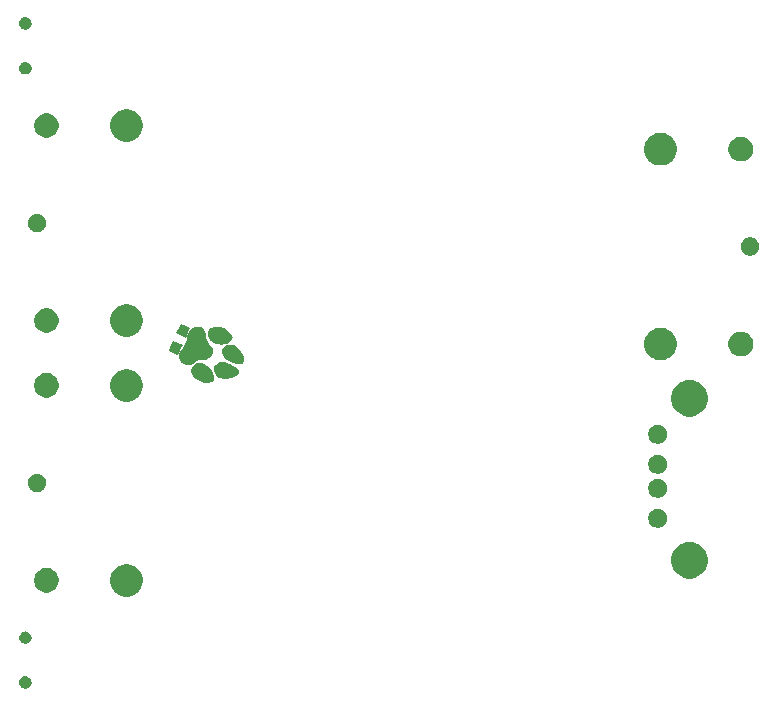
<source format=gbr>
G04 #@! TF.GenerationSoftware,KiCad,Pcbnew,(5.1.2)-2*
G04 #@! TF.CreationDate,2020-12-08T23:46:54+13:00*
G04 #@! TF.ProjectId,DPSwitch,44505377-6974-4636-982e-6b696361645f,rev?*
G04 #@! TF.SameCoordinates,Original*
G04 #@! TF.FileFunction,Soldermask,Bot*
G04 #@! TF.FilePolarity,Negative*
%FSLAX46Y46*%
G04 Gerber Fmt 4.6, Leading zero omitted, Abs format (unit mm)*
G04 Created by KiCad (PCBNEW (5.1.2)-2) date 2020-12-08 23:46:54*
%MOMM*%
%LPD*%
G04 APERTURE LIST*
%ADD10C,0.100000*%
G04 APERTURE END LIST*
D10*
G36*
X79912000Y-73587000D02*
G01*
X80072000Y-73454000D01*
X80248000Y-73376000D01*
X80442000Y-73353000D01*
X80655000Y-73383000D01*
X80890000Y-73468000D01*
X81092000Y-73576000D01*
X81264000Y-73703000D01*
X81406000Y-73850000D01*
X81522000Y-74021000D01*
X81613000Y-74216000D01*
X81676000Y-74444000D01*
X81685000Y-74648000D01*
X81642000Y-74816000D01*
X81548000Y-74938000D01*
X81402000Y-74997000D01*
X81182000Y-75024000D01*
X80926000Y-75020000D01*
X80675000Y-74986000D01*
X80466000Y-74921000D01*
X80315000Y-74835000D01*
X80160000Y-74716000D01*
X80013000Y-74575000D01*
X79887000Y-74426000D01*
X79794000Y-74281000D01*
X79744000Y-74118000D01*
X79735000Y-73938000D01*
X79771000Y-73784000D01*
X79830000Y-73687000D01*
X79912000Y-73587000D01*
X79912000Y-73587000D01*
G37*
G36*
X81808000Y-73494000D02*
G01*
X81976000Y-73353000D01*
X82195000Y-73283000D01*
X82379000Y-73275000D01*
X82588000Y-73302000D01*
X82812000Y-73363000D01*
X83043000Y-73456000D01*
X83274000Y-73578000D01*
X83510000Y-73738000D01*
X83671000Y-73893000D01*
X83757000Y-74044000D01*
X83770000Y-74192000D01*
X83707000Y-74360000D01*
X83576000Y-74487000D01*
X83369000Y-74579000D01*
X83078000Y-74640000D01*
X82768000Y-74675000D01*
X82512000Y-74681000D01*
X82302000Y-74657000D01*
X82128000Y-74600000D01*
X81983000Y-74509000D01*
X81855000Y-74382000D01*
X81737000Y-74202000D01*
X81674000Y-74016000D01*
X81664000Y-73831000D01*
X81709000Y-73655000D01*
X81808000Y-73494000D01*
X81808000Y-73494000D01*
G37*
G36*
X82485000Y-72011000D02*
G01*
X82635000Y-71898000D01*
X82811000Y-71826000D01*
X83003000Y-71797000D01*
X83202000Y-71813000D01*
X83395000Y-71874000D01*
X83531000Y-71947000D01*
X83648000Y-72043000D01*
X83775000Y-72191000D01*
X83939000Y-72417000D01*
X84108000Y-72678000D01*
X84208000Y-72880000D01*
X84246000Y-73047000D01*
X84232000Y-73201000D01*
X84162000Y-73350000D01*
X84038000Y-73444000D01*
X83861000Y-73482000D01*
X83632000Y-73465000D01*
X83351000Y-73392000D01*
X83137000Y-73310000D01*
X82939000Y-73212000D01*
X82761000Y-73101000D01*
X82609000Y-72980000D01*
X82485000Y-72852000D01*
X82396000Y-72721000D01*
X82339000Y-72543000D01*
X82337000Y-72347000D01*
X82387000Y-72160000D01*
X82485000Y-72011000D01*
X82485000Y-72011000D01*
G37*
G36*
X81368000Y-70428000D02*
G01*
X81485000Y-70354000D01*
X81604000Y-70305000D01*
X81798000Y-70277000D01*
X82011000Y-70277000D01*
X82227000Y-70306000D01*
X82428000Y-70359000D01*
X82600000Y-70436000D01*
X82771000Y-70557000D01*
X82940000Y-70714000D01*
X83089000Y-70884000D01*
X83198000Y-71047000D01*
X83248000Y-71179000D01*
X83227000Y-71333000D01*
X83131000Y-71481000D01*
X82969000Y-71614000D01*
X82749000Y-71721000D01*
X82530000Y-71785000D01*
X82316000Y-71808000D01*
X82101000Y-71790000D01*
X81880000Y-71731000D01*
X81646000Y-71630000D01*
X81433000Y-71511000D01*
X81316000Y-71395000D01*
X81216000Y-71228000D01*
X81164000Y-71044000D01*
X81159000Y-70851000D01*
X81203000Y-70656000D01*
X81264000Y-70529000D01*
X81368000Y-70428000D01*
X81368000Y-70428000D01*
G37*
G36*
X79670000Y-70596000D02*
G01*
X79846000Y-70423000D01*
X80025000Y-70320000D01*
X80222000Y-70278000D01*
X80379000Y-70283000D01*
X80541000Y-70340000D01*
X80704000Y-70437000D01*
X80833000Y-70568000D01*
X80929000Y-70736000D01*
X80994000Y-70944000D01*
X81029000Y-71194000D01*
X81064000Y-71419000D01*
X81140000Y-71589000D01*
X81277000Y-71746000D01*
X81461000Y-71944000D01*
X81549000Y-72117000D01*
X81573000Y-72328000D01*
X81557000Y-72486000D01*
X81493000Y-72658000D01*
X81401000Y-72825000D01*
X81271000Y-72951000D01*
X81117000Y-73052000D01*
X80955000Y-73096000D01*
X80752000Y-73094000D01*
X80537000Y-73082000D01*
X80377000Y-73102000D01*
X80230000Y-73167000D01*
X80056000Y-73287000D01*
X79862000Y-73412000D01*
X79672000Y-73491000D01*
X79485000Y-73525000D01*
X79302000Y-73514000D01*
X79123000Y-73457000D01*
X78974000Y-73374000D01*
X78867000Y-73258000D01*
X78780000Y-73101000D01*
X78732000Y-72922000D01*
X78727000Y-72734000D01*
X78752000Y-72583000D01*
X78803000Y-72434000D01*
X78888000Y-72269000D01*
X79015000Y-72071000D01*
X79136000Y-71887000D01*
X79227000Y-71727000D01*
X79298000Y-71570000D01*
X79360000Y-71395000D01*
X79422000Y-71181000D01*
X79504000Y-70901000D01*
X79578000Y-70726000D01*
X79670000Y-70596000D01*
X79670000Y-70596000D01*
G37*
G36*
X65853004Y-99894345D02*
G01*
X65948690Y-99933980D01*
X66034805Y-99991520D01*
X66108040Y-100064755D01*
X66165580Y-100150870D01*
X66205215Y-100246556D01*
X66225420Y-100348135D01*
X66225420Y-100451705D01*
X66205215Y-100553284D01*
X66165580Y-100648970D01*
X66108040Y-100735085D01*
X66034805Y-100808320D01*
X65948690Y-100865860D01*
X65853004Y-100905495D01*
X65751425Y-100925700D01*
X65647855Y-100925700D01*
X65546276Y-100905495D01*
X65450590Y-100865860D01*
X65364475Y-100808320D01*
X65291240Y-100735085D01*
X65233700Y-100648970D01*
X65194065Y-100553284D01*
X65173860Y-100451705D01*
X65173860Y-100348135D01*
X65194065Y-100246556D01*
X65233700Y-100150870D01*
X65291240Y-100064755D01*
X65364475Y-99991520D01*
X65450590Y-99933980D01*
X65546276Y-99894345D01*
X65647855Y-99874140D01*
X65751425Y-99874140D01*
X65853004Y-99894345D01*
X65853004Y-99894345D01*
G37*
G36*
X65853004Y-96094505D02*
G01*
X65948690Y-96134140D01*
X66034805Y-96191680D01*
X66108040Y-96264915D01*
X66165580Y-96351030D01*
X66205215Y-96446716D01*
X66225420Y-96548295D01*
X66225420Y-96651865D01*
X66205215Y-96753444D01*
X66165580Y-96849130D01*
X66108040Y-96935245D01*
X66034805Y-97008480D01*
X65948690Y-97066020D01*
X65853004Y-97105655D01*
X65751425Y-97125860D01*
X65647855Y-97125860D01*
X65546276Y-97105655D01*
X65450590Y-97066020D01*
X65364475Y-97008480D01*
X65291240Y-96935245D01*
X65233700Y-96849130D01*
X65194065Y-96753444D01*
X65173860Y-96651865D01*
X65173860Y-96548295D01*
X65194065Y-96446716D01*
X65233700Y-96351030D01*
X65291240Y-96264915D01*
X65364475Y-96191680D01*
X65450590Y-96134140D01*
X65546276Y-96094505D01*
X65647855Y-96074300D01*
X65751425Y-96074300D01*
X65853004Y-96094505D01*
X65853004Y-96094505D01*
G37*
G36*
X74662823Y-90422071D02*
G01*
X74914149Y-90526174D01*
X75140336Y-90677307D01*
X75332693Y-90869664D01*
X75483826Y-91095851D01*
X75587929Y-91347177D01*
X75641000Y-91613983D01*
X75641000Y-91886017D01*
X75587929Y-92152823D01*
X75483826Y-92404149D01*
X75332693Y-92630336D01*
X75140336Y-92822693D01*
X74914149Y-92973826D01*
X74662823Y-93077929D01*
X74396017Y-93131000D01*
X74123983Y-93131000D01*
X73857177Y-93077929D01*
X73605851Y-92973826D01*
X73379664Y-92822693D01*
X73187307Y-92630336D01*
X73036174Y-92404149D01*
X72932071Y-92152823D01*
X72879000Y-91886017D01*
X72879000Y-91613983D01*
X72932071Y-91347177D01*
X73036174Y-91095851D01*
X73187307Y-90869664D01*
X73379664Y-90677307D01*
X73605851Y-90526174D01*
X73857177Y-90422071D01*
X74123983Y-90369000D01*
X74396017Y-90369000D01*
X74662823Y-90422071D01*
X74662823Y-90422071D01*
G37*
G36*
X67783940Y-90748043D02*
G01*
X67973572Y-90826591D01*
X68144236Y-90940626D01*
X68289374Y-91085764D01*
X68403409Y-91256428D01*
X68481957Y-91446060D01*
X68522000Y-91647372D01*
X68522000Y-91852628D01*
X68481957Y-92053940D01*
X68403409Y-92243572D01*
X68289374Y-92414236D01*
X68144236Y-92559374D01*
X67973572Y-92673409D01*
X67783940Y-92751957D01*
X67582628Y-92792000D01*
X67377372Y-92792000D01*
X67176060Y-92751957D01*
X66986428Y-92673409D01*
X66815764Y-92559374D01*
X66670626Y-92414236D01*
X66556591Y-92243572D01*
X66478043Y-92053940D01*
X66438000Y-91852628D01*
X66438000Y-91647372D01*
X66478043Y-91446060D01*
X66556591Y-91256428D01*
X66670626Y-91085764D01*
X66815764Y-90940626D01*
X66986428Y-90826591D01*
X67176060Y-90748043D01*
X67377372Y-90708000D01*
X67582628Y-90708000D01*
X67783940Y-90748043D01*
X67783940Y-90748043D01*
G37*
G36*
X122272527Y-88548736D02*
G01*
X122372411Y-88568604D01*
X122654674Y-88685521D01*
X122908706Y-88855260D01*
X123124740Y-89071294D01*
X123294479Y-89325326D01*
X123411396Y-89607589D01*
X123471000Y-89907242D01*
X123471000Y-90212758D01*
X123411396Y-90512411D01*
X123330380Y-90708000D01*
X123294479Y-90794674D01*
X123124741Y-91048705D01*
X122908705Y-91264741D01*
X122654674Y-91434479D01*
X122372411Y-91551396D01*
X122272527Y-91571264D01*
X122072760Y-91611000D01*
X121767240Y-91611000D01*
X121567473Y-91571264D01*
X121467589Y-91551396D01*
X121185326Y-91434479D01*
X120931295Y-91264741D01*
X120715259Y-91048705D01*
X120545521Y-90794674D01*
X120509620Y-90708000D01*
X120428604Y-90512411D01*
X120369000Y-90212758D01*
X120369000Y-89907242D01*
X120428604Y-89607589D01*
X120545521Y-89325326D01*
X120715260Y-89071294D01*
X120931294Y-88855260D01*
X121185326Y-88685521D01*
X121467589Y-88568604D01*
X121567473Y-88548736D01*
X121767240Y-88509000D01*
X122072760Y-88509000D01*
X122272527Y-88548736D01*
X122272527Y-88548736D01*
G37*
G36*
X119432059Y-85719521D02*
G01*
X119483644Y-85729782D01*
X119556530Y-85759973D01*
X119629416Y-85790163D01*
X119760608Y-85877822D01*
X119872178Y-85989392D01*
X119959837Y-86120584D01*
X120020218Y-86266357D01*
X120051000Y-86421108D01*
X120051000Y-86578892D01*
X120020218Y-86733643D01*
X119959837Y-86879416D01*
X119872178Y-87010608D01*
X119760608Y-87122178D01*
X119629416Y-87209837D01*
X119556529Y-87240028D01*
X119483644Y-87270218D01*
X119432059Y-87280479D01*
X119328892Y-87301000D01*
X119171108Y-87301000D01*
X119067941Y-87280479D01*
X119016356Y-87270218D01*
X118943471Y-87240028D01*
X118870584Y-87209837D01*
X118739392Y-87122178D01*
X118627822Y-87010608D01*
X118540163Y-86879416D01*
X118479782Y-86733643D01*
X118449000Y-86578892D01*
X118449000Y-86421108D01*
X118479782Y-86266357D01*
X118540163Y-86120584D01*
X118627822Y-85989392D01*
X118739392Y-85877822D01*
X118870584Y-85790163D01*
X118943470Y-85759973D01*
X119016356Y-85729782D01*
X119067941Y-85719521D01*
X119171108Y-85699000D01*
X119328892Y-85699000D01*
X119432059Y-85719521D01*
X119432059Y-85719521D01*
G37*
G36*
X119432059Y-83179521D02*
G01*
X119483644Y-83189782D01*
X119556529Y-83219972D01*
X119629416Y-83250163D01*
X119760608Y-83337822D01*
X119872178Y-83449392D01*
X119959837Y-83580584D01*
X120020218Y-83726357D01*
X120051000Y-83881108D01*
X120051000Y-84038892D01*
X120020218Y-84193643D01*
X119959837Y-84339416D01*
X119872178Y-84470608D01*
X119760608Y-84582178D01*
X119629416Y-84669837D01*
X119556529Y-84700028D01*
X119483644Y-84730218D01*
X119432059Y-84740479D01*
X119328892Y-84761000D01*
X119171108Y-84761000D01*
X119067941Y-84740479D01*
X119016356Y-84730218D01*
X118943471Y-84700028D01*
X118870584Y-84669837D01*
X118739392Y-84582178D01*
X118627822Y-84470608D01*
X118540163Y-84339416D01*
X118479782Y-84193643D01*
X118449000Y-84038892D01*
X118449000Y-83881108D01*
X118479782Y-83726357D01*
X118540163Y-83580584D01*
X118627822Y-83449392D01*
X118739392Y-83337822D01*
X118870584Y-83250163D01*
X118943470Y-83219973D01*
X119016356Y-83189782D01*
X119067941Y-83179521D01*
X119171108Y-83159000D01*
X119328892Y-83159000D01*
X119432059Y-83179521D01*
X119432059Y-83179521D01*
G37*
G36*
X66926351Y-82753821D02*
G01*
X67067574Y-82812317D01*
X67194671Y-82897241D01*
X67302759Y-83005329D01*
X67387683Y-83132426D01*
X67446179Y-83273649D01*
X67476000Y-83423571D01*
X67476000Y-83576429D01*
X67446179Y-83726351D01*
X67387683Y-83867574D01*
X67302759Y-83994671D01*
X67194671Y-84102759D01*
X67067574Y-84187683D01*
X66926351Y-84246179D01*
X66776429Y-84276000D01*
X66623571Y-84276000D01*
X66473649Y-84246179D01*
X66332426Y-84187683D01*
X66205329Y-84102759D01*
X66097241Y-83994671D01*
X66012317Y-83867574D01*
X65953821Y-83726351D01*
X65924000Y-83576429D01*
X65924000Y-83423571D01*
X65953821Y-83273649D01*
X66012317Y-83132426D01*
X66097241Y-83005329D01*
X66205329Y-82897241D01*
X66332426Y-82812317D01*
X66473649Y-82753821D01*
X66623571Y-82724000D01*
X66776429Y-82724000D01*
X66926351Y-82753821D01*
X66926351Y-82753821D01*
G37*
G36*
X119432059Y-81149521D02*
G01*
X119483644Y-81159782D01*
X119556530Y-81189973D01*
X119629416Y-81220163D01*
X119760608Y-81307822D01*
X119872178Y-81419392D01*
X119959837Y-81550584D01*
X120020218Y-81696357D01*
X120051000Y-81851108D01*
X120051000Y-82008892D01*
X120020218Y-82163643D01*
X119959837Y-82309416D01*
X119872178Y-82440608D01*
X119760608Y-82552178D01*
X119629416Y-82639837D01*
X119556529Y-82670028D01*
X119483644Y-82700218D01*
X119432059Y-82710479D01*
X119328892Y-82731000D01*
X119171108Y-82731000D01*
X119067941Y-82710479D01*
X119016356Y-82700218D01*
X118943471Y-82670028D01*
X118870584Y-82639837D01*
X118739392Y-82552178D01*
X118627822Y-82440608D01*
X118540163Y-82309416D01*
X118479782Y-82163643D01*
X118449000Y-82008892D01*
X118449000Y-81851108D01*
X118479782Y-81696357D01*
X118540163Y-81550584D01*
X118627822Y-81419392D01*
X118739392Y-81307822D01*
X118870584Y-81220163D01*
X118943470Y-81189973D01*
X119016356Y-81159782D01*
X119067941Y-81149521D01*
X119171108Y-81129000D01*
X119328892Y-81129000D01*
X119432059Y-81149521D01*
X119432059Y-81149521D01*
G37*
G36*
X119432059Y-78609521D02*
G01*
X119483644Y-78619782D01*
X119556530Y-78649973D01*
X119629416Y-78680163D01*
X119760608Y-78767822D01*
X119872178Y-78879392D01*
X119959837Y-79010584D01*
X120020218Y-79156357D01*
X120051000Y-79311108D01*
X120051000Y-79468892D01*
X120020218Y-79623643D01*
X119959837Y-79769416D01*
X119872178Y-79900608D01*
X119760608Y-80012178D01*
X119629416Y-80099837D01*
X119556530Y-80130027D01*
X119483644Y-80160218D01*
X119432059Y-80170479D01*
X119328892Y-80191000D01*
X119171108Y-80191000D01*
X119067941Y-80170479D01*
X119016356Y-80160218D01*
X118943471Y-80130028D01*
X118870584Y-80099837D01*
X118739392Y-80012178D01*
X118627822Y-79900608D01*
X118540163Y-79769416D01*
X118479782Y-79623643D01*
X118449000Y-79468892D01*
X118449000Y-79311108D01*
X118479782Y-79156357D01*
X118540163Y-79010584D01*
X118627822Y-78879392D01*
X118739392Y-78767822D01*
X118870584Y-78680163D01*
X118943470Y-78649973D01*
X119016356Y-78619782D01*
X119067941Y-78609521D01*
X119171108Y-78589000D01*
X119328892Y-78589000D01*
X119432059Y-78609521D01*
X119432059Y-78609521D01*
G37*
G36*
X122272527Y-74828736D02*
G01*
X122372411Y-74848604D01*
X122607691Y-74946060D01*
X122654674Y-74965521D01*
X122908705Y-75135259D01*
X123124741Y-75351295D01*
X123147940Y-75386015D01*
X123294479Y-75605326D01*
X123411396Y-75887589D01*
X123431264Y-75987473D01*
X123468249Y-76173409D01*
X123471000Y-76187242D01*
X123471000Y-76492758D01*
X123411396Y-76792411D01*
X123294479Y-77074674D01*
X123124740Y-77328706D01*
X122908706Y-77544740D01*
X122654674Y-77714479D01*
X122372411Y-77831396D01*
X122272527Y-77851264D01*
X122072760Y-77891000D01*
X121767240Y-77891000D01*
X121567473Y-77851264D01*
X121467589Y-77831396D01*
X121185326Y-77714479D01*
X120931294Y-77544740D01*
X120715260Y-77328706D01*
X120545521Y-77074674D01*
X120428604Y-76792411D01*
X120369000Y-76492758D01*
X120369000Y-76187242D01*
X120371752Y-76173409D01*
X120408736Y-75987473D01*
X120428604Y-75887589D01*
X120545521Y-75605326D01*
X120692060Y-75386015D01*
X120715259Y-75351295D01*
X120931295Y-75135259D01*
X121185326Y-74965521D01*
X121232309Y-74946060D01*
X121467589Y-74848604D01*
X121567473Y-74828736D01*
X121767240Y-74789000D01*
X122072760Y-74789000D01*
X122272527Y-74828736D01*
X122272527Y-74828736D01*
G37*
G36*
X74662823Y-73922071D02*
G01*
X74914149Y-74026174D01*
X75140336Y-74177307D01*
X75332693Y-74369664D01*
X75483826Y-74595851D01*
X75587929Y-74847177D01*
X75641000Y-75113983D01*
X75641000Y-75386017D01*
X75587929Y-75652823D01*
X75483826Y-75904149D01*
X75332693Y-76130336D01*
X75140336Y-76322693D01*
X74914149Y-76473826D01*
X74662823Y-76577929D01*
X74396017Y-76631000D01*
X74123983Y-76631000D01*
X73857177Y-76577929D01*
X73605851Y-76473826D01*
X73379664Y-76322693D01*
X73187307Y-76130336D01*
X73036174Y-75904149D01*
X72932071Y-75652823D01*
X72879000Y-75386017D01*
X72879000Y-75113983D01*
X72932071Y-74847177D01*
X73036174Y-74595851D01*
X73187307Y-74369664D01*
X73379664Y-74177307D01*
X73605851Y-74026174D01*
X73857177Y-73922071D01*
X74123983Y-73869000D01*
X74396017Y-73869000D01*
X74662823Y-73922071D01*
X74662823Y-73922071D01*
G37*
G36*
X67783940Y-74248043D02*
G01*
X67973572Y-74326591D01*
X68144236Y-74440626D01*
X68289374Y-74585764D01*
X68403409Y-74756428D01*
X68481957Y-74946060D01*
X68522000Y-75147372D01*
X68522000Y-75352628D01*
X68481957Y-75553940D01*
X68403409Y-75743572D01*
X68289374Y-75914236D01*
X68144236Y-76059374D01*
X67973572Y-76173409D01*
X67783940Y-76251957D01*
X67582628Y-76292000D01*
X67377372Y-76292000D01*
X67176060Y-76251957D01*
X66986428Y-76173409D01*
X66815764Y-76059374D01*
X66670626Y-75914236D01*
X66556591Y-75743572D01*
X66478043Y-75553940D01*
X66438000Y-75352628D01*
X66438000Y-75147372D01*
X66478043Y-74946060D01*
X66556591Y-74756428D01*
X66670626Y-74585764D01*
X66815764Y-74440626D01*
X66986428Y-74326591D01*
X67176060Y-74248043D01*
X67377372Y-74208000D01*
X67582628Y-74208000D01*
X67783940Y-74248043D01*
X67783940Y-74248043D01*
G37*
G36*
X119892823Y-70422071D02*
G01*
X120144149Y-70526174D01*
X120370336Y-70677307D01*
X120562693Y-70869664D01*
X120713826Y-71095851D01*
X120817929Y-71347177D01*
X120871000Y-71613983D01*
X120871000Y-71886017D01*
X120817929Y-72152823D01*
X120713826Y-72404149D01*
X120562693Y-72630336D01*
X120370336Y-72822693D01*
X120144149Y-72973826D01*
X119892823Y-73077929D01*
X119626017Y-73131000D01*
X119353983Y-73131000D01*
X119087177Y-73077929D01*
X118835851Y-72973826D01*
X118609664Y-72822693D01*
X118417307Y-72630336D01*
X118266174Y-72404149D01*
X118162071Y-72152823D01*
X118109000Y-71886017D01*
X118109000Y-71613983D01*
X118162071Y-71347177D01*
X118266174Y-71095851D01*
X118417307Y-70869664D01*
X118609664Y-70677307D01*
X118835851Y-70526174D01*
X119087177Y-70422071D01*
X119353983Y-70369000D01*
X119626017Y-70369000D01*
X119892823Y-70422071D01*
X119892823Y-70422071D01*
G37*
G36*
X126573940Y-70748043D02*
G01*
X126763572Y-70826591D01*
X126934236Y-70940626D01*
X127079374Y-71085764D01*
X127193409Y-71256428D01*
X127271957Y-71446060D01*
X127312000Y-71647372D01*
X127312000Y-71852628D01*
X127271957Y-72053940D01*
X127193409Y-72243572D01*
X127079374Y-72414236D01*
X126934236Y-72559374D01*
X126763572Y-72673409D01*
X126573940Y-72751957D01*
X126372628Y-72792000D01*
X126167372Y-72792000D01*
X125966060Y-72751957D01*
X125776428Y-72673409D01*
X125605764Y-72559374D01*
X125460626Y-72414236D01*
X125346591Y-72243572D01*
X125268043Y-72053940D01*
X125228000Y-71852628D01*
X125228000Y-71647372D01*
X125268043Y-71446060D01*
X125346591Y-71256428D01*
X125460626Y-71085764D01*
X125605764Y-70940626D01*
X125776428Y-70826591D01*
X125966060Y-70748043D01*
X126167372Y-70708000D01*
X126372628Y-70708000D01*
X126573940Y-70748043D01*
X126573940Y-70748043D01*
G37*
G36*
X78449893Y-71598412D02*
G01*
X79020057Y-71852265D01*
X79020057Y-71852266D01*
X79005031Y-71886015D01*
X78653181Y-72676283D01*
X78653180Y-72676283D01*
X78390597Y-72559373D01*
X77829163Y-72309407D01*
X77858475Y-72243572D01*
X78032695Y-71852266D01*
X78196039Y-71485389D01*
X78196040Y-71485389D01*
X78449893Y-71598412D01*
X78449893Y-71598412D01*
G37*
G36*
X79100673Y-70136740D02*
G01*
X79670837Y-70390593D01*
X79670837Y-70390594D01*
X79595691Y-70559374D01*
X79303961Y-71214611D01*
X79303960Y-71214611D01*
X78996966Y-71077928D01*
X78479943Y-70847735D01*
X78489357Y-70826591D01*
X78677440Y-70404149D01*
X78846819Y-70023717D01*
X78846820Y-70023717D01*
X79100673Y-70136740D01*
X79100673Y-70136740D01*
G37*
G36*
X74662823Y-68422071D02*
G01*
X74914149Y-68526174D01*
X75140336Y-68677307D01*
X75332693Y-68869664D01*
X75483826Y-69095851D01*
X75587929Y-69347177D01*
X75641000Y-69613983D01*
X75641000Y-69886017D01*
X75587929Y-70152823D01*
X75483826Y-70404149D01*
X75332693Y-70630336D01*
X75140336Y-70822693D01*
X74914149Y-70973826D01*
X74662823Y-71077929D01*
X74396017Y-71131000D01*
X74123983Y-71131000D01*
X73857177Y-71077929D01*
X73605851Y-70973826D01*
X73379664Y-70822693D01*
X73187307Y-70630336D01*
X73036174Y-70404149D01*
X72932071Y-70152823D01*
X72879000Y-69886017D01*
X72879000Y-69613983D01*
X72932071Y-69347177D01*
X73036174Y-69095851D01*
X73187307Y-68869664D01*
X73379664Y-68677307D01*
X73605851Y-68526174D01*
X73857177Y-68422071D01*
X74123983Y-68369000D01*
X74396017Y-68369000D01*
X74662823Y-68422071D01*
X74662823Y-68422071D01*
G37*
G36*
X67783940Y-68748043D02*
G01*
X67973572Y-68826591D01*
X68144236Y-68940626D01*
X68289374Y-69085764D01*
X68403409Y-69256428D01*
X68481957Y-69446060D01*
X68522000Y-69647372D01*
X68522000Y-69852628D01*
X68481957Y-70053940D01*
X68403409Y-70243572D01*
X68289374Y-70414236D01*
X68144236Y-70559374D01*
X67973572Y-70673409D01*
X67783940Y-70751957D01*
X67582628Y-70792000D01*
X67377372Y-70792000D01*
X67176060Y-70751957D01*
X66986428Y-70673409D01*
X66815764Y-70559374D01*
X66670626Y-70414236D01*
X66556591Y-70243572D01*
X66478043Y-70053940D01*
X66438000Y-69852628D01*
X66438000Y-69647372D01*
X66478043Y-69446060D01*
X66556591Y-69256428D01*
X66670626Y-69085764D01*
X66815764Y-68940626D01*
X66986428Y-68826591D01*
X67176060Y-68748043D01*
X67377372Y-68708000D01*
X67582628Y-68708000D01*
X67783940Y-68748043D01*
X67783940Y-68748043D01*
G37*
G36*
X127276351Y-62753821D02*
G01*
X127417574Y-62812317D01*
X127544671Y-62897241D01*
X127652759Y-63005329D01*
X127737683Y-63132426D01*
X127796179Y-63273649D01*
X127826000Y-63423571D01*
X127826000Y-63576429D01*
X127796179Y-63726351D01*
X127737683Y-63867574D01*
X127652759Y-63994671D01*
X127544671Y-64102759D01*
X127417574Y-64187683D01*
X127276351Y-64246179D01*
X127126429Y-64276000D01*
X126973571Y-64276000D01*
X126823649Y-64246179D01*
X126682426Y-64187683D01*
X126555329Y-64102759D01*
X126447241Y-63994671D01*
X126362317Y-63867574D01*
X126303821Y-63726351D01*
X126274000Y-63576429D01*
X126274000Y-63423571D01*
X126303821Y-63273649D01*
X126362317Y-63132426D01*
X126447241Y-63005329D01*
X126555329Y-62897241D01*
X126682426Y-62812317D01*
X126823649Y-62753821D01*
X126973571Y-62724000D01*
X127126429Y-62724000D01*
X127276351Y-62753821D01*
X127276351Y-62753821D01*
G37*
G36*
X66926351Y-60753821D02*
G01*
X67067574Y-60812317D01*
X67194671Y-60897241D01*
X67302759Y-61005329D01*
X67387683Y-61132426D01*
X67446179Y-61273649D01*
X67476000Y-61423571D01*
X67476000Y-61576429D01*
X67446179Y-61726351D01*
X67387683Y-61867574D01*
X67302759Y-61994671D01*
X67194671Y-62102759D01*
X67067574Y-62187683D01*
X66926351Y-62246179D01*
X66776429Y-62276000D01*
X66623571Y-62276000D01*
X66473649Y-62246179D01*
X66332426Y-62187683D01*
X66205329Y-62102759D01*
X66097241Y-61994671D01*
X66012317Y-61867574D01*
X65953821Y-61726351D01*
X65924000Y-61576429D01*
X65924000Y-61423571D01*
X65953821Y-61273649D01*
X66012317Y-61132426D01*
X66097241Y-61005329D01*
X66205329Y-60897241D01*
X66332426Y-60812317D01*
X66473649Y-60753821D01*
X66623571Y-60724000D01*
X66776429Y-60724000D01*
X66926351Y-60753821D01*
X66926351Y-60753821D01*
G37*
G36*
X119892823Y-53922071D02*
G01*
X120144149Y-54026174D01*
X120370336Y-54177307D01*
X120562693Y-54369664D01*
X120713826Y-54595851D01*
X120817929Y-54847177D01*
X120871000Y-55113983D01*
X120871000Y-55386017D01*
X120817929Y-55652823D01*
X120713826Y-55904149D01*
X120562693Y-56130336D01*
X120370336Y-56322693D01*
X120144149Y-56473826D01*
X119892823Y-56577929D01*
X119626017Y-56631000D01*
X119353983Y-56631000D01*
X119087177Y-56577929D01*
X118835851Y-56473826D01*
X118609664Y-56322693D01*
X118417307Y-56130336D01*
X118266174Y-55904149D01*
X118162071Y-55652823D01*
X118109000Y-55386017D01*
X118109000Y-55113983D01*
X118162071Y-54847177D01*
X118266174Y-54595851D01*
X118417307Y-54369664D01*
X118609664Y-54177307D01*
X118835851Y-54026174D01*
X119087177Y-53922071D01*
X119353983Y-53869000D01*
X119626017Y-53869000D01*
X119892823Y-53922071D01*
X119892823Y-53922071D01*
G37*
G36*
X126573940Y-54248043D02*
G01*
X126763572Y-54326591D01*
X126934236Y-54440626D01*
X127079374Y-54585764D01*
X127193409Y-54756428D01*
X127271957Y-54946060D01*
X127312000Y-55147372D01*
X127312000Y-55352628D01*
X127271957Y-55553940D01*
X127193409Y-55743572D01*
X127079374Y-55914236D01*
X126934236Y-56059374D01*
X126763572Y-56173409D01*
X126573940Y-56251957D01*
X126372628Y-56292000D01*
X126167372Y-56292000D01*
X125966060Y-56251957D01*
X125776428Y-56173409D01*
X125605764Y-56059374D01*
X125460626Y-55914236D01*
X125346591Y-55743572D01*
X125268043Y-55553940D01*
X125228000Y-55352628D01*
X125228000Y-55147372D01*
X125268043Y-54946060D01*
X125346591Y-54756428D01*
X125460626Y-54585764D01*
X125605764Y-54440626D01*
X125776428Y-54326591D01*
X125966060Y-54248043D01*
X126167372Y-54208000D01*
X126372628Y-54208000D01*
X126573940Y-54248043D01*
X126573940Y-54248043D01*
G37*
G36*
X74662823Y-51922071D02*
G01*
X74914149Y-52026174D01*
X75140336Y-52177307D01*
X75332693Y-52369664D01*
X75483826Y-52595851D01*
X75587929Y-52847177D01*
X75641000Y-53113983D01*
X75641000Y-53386017D01*
X75587929Y-53652823D01*
X75483826Y-53904149D01*
X75332693Y-54130336D01*
X75140336Y-54322693D01*
X74914149Y-54473826D01*
X74662823Y-54577929D01*
X74396017Y-54631000D01*
X74123983Y-54631000D01*
X73857177Y-54577929D01*
X73605851Y-54473826D01*
X73379664Y-54322693D01*
X73187307Y-54130336D01*
X73036174Y-53904149D01*
X72932071Y-53652823D01*
X72879000Y-53386017D01*
X72879000Y-53113983D01*
X72932071Y-52847177D01*
X73036174Y-52595851D01*
X73187307Y-52369664D01*
X73379664Y-52177307D01*
X73605851Y-52026174D01*
X73857177Y-51922071D01*
X74123983Y-51869000D01*
X74396017Y-51869000D01*
X74662823Y-51922071D01*
X74662823Y-51922071D01*
G37*
G36*
X67783940Y-52248043D02*
G01*
X67973572Y-52326591D01*
X68144236Y-52440626D01*
X68289374Y-52585764D01*
X68403409Y-52756428D01*
X68481957Y-52946060D01*
X68522000Y-53147372D01*
X68522000Y-53352628D01*
X68481957Y-53553940D01*
X68403409Y-53743572D01*
X68289374Y-53914236D01*
X68144236Y-54059374D01*
X67973572Y-54173409D01*
X67783940Y-54251957D01*
X67582628Y-54292000D01*
X67377372Y-54292000D01*
X67176060Y-54251957D01*
X66986428Y-54173409D01*
X66815764Y-54059374D01*
X66670626Y-53914236D01*
X66556591Y-53743572D01*
X66478043Y-53553940D01*
X66438000Y-53352628D01*
X66438000Y-53147372D01*
X66478043Y-52946060D01*
X66556591Y-52756428D01*
X66670626Y-52585764D01*
X66815764Y-52440626D01*
X66986428Y-52326591D01*
X67176060Y-52248043D01*
X67377372Y-52208000D01*
X67582628Y-52208000D01*
X67783940Y-52248043D01*
X67783940Y-52248043D01*
G37*
G36*
X65853004Y-47894345D02*
G01*
X65948690Y-47933980D01*
X66034805Y-47991520D01*
X66108040Y-48064755D01*
X66165580Y-48150870D01*
X66205215Y-48246556D01*
X66225420Y-48348135D01*
X66225420Y-48451705D01*
X66205215Y-48553284D01*
X66165580Y-48648970D01*
X66108040Y-48735085D01*
X66034805Y-48808320D01*
X65948690Y-48865860D01*
X65853004Y-48905495D01*
X65751425Y-48925700D01*
X65647855Y-48925700D01*
X65546276Y-48905495D01*
X65450590Y-48865860D01*
X65364475Y-48808320D01*
X65291240Y-48735085D01*
X65233700Y-48648970D01*
X65194065Y-48553284D01*
X65173860Y-48451705D01*
X65173860Y-48348135D01*
X65194065Y-48246556D01*
X65233700Y-48150870D01*
X65291240Y-48064755D01*
X65364475Y-47991520D01*
X65450590Y-47933980D01*
X65546276Y-47894345D01*
X65647855Y-47874140D01*
X65751425Y-47874140D01*
X65853004Y-47894345D01*
X65853004Y-47894345D01*
G37*
G36*
X65853004Y-44094505D02*
G01*
X65948690Y-44134140D01*
X66034805Y-44191680D01*
X66108040Y-44264915D01*
X66165580Y-44351030D01*
X66205215Y-44446716D01*
X66225420Y-44548295D01*
X66225420Y-44651865D01*
X66205215Y-44753444D01*
X66165580Y-44849130D01*
X66108040Y-44935245D01*
X66034805Y-45008480D01*
X65948690Y-45066020D01*
X65853004Y-45105655D01*
X65751425Y-45125860D01*
X65647855Y-45125860D01*
X65546276Y-45105655D01*
X65450590Y-45066020D01*
X65364475Y-45008480D01*
X65291240Y-44935245D01*
X65233700Y-44849130D01*
X65194065Y-44753444D01*
X65173860Y-44651865D01*
X65173860Y-44548295D01*
X65194065Y-44446716D01*
X65233700Y-44351030D01*
X65291240Y-44264915D01*
X65364475Y-44191680D01*
X65450590Y-44134140D01*
X65546276Y-44094505D01*
X65647855Y-44074300D01*
X65751425Y-44074300D01*
X65853004Y-44094505D01*
X65853004Y-44094505D01*
G37*
M02*

</source>
